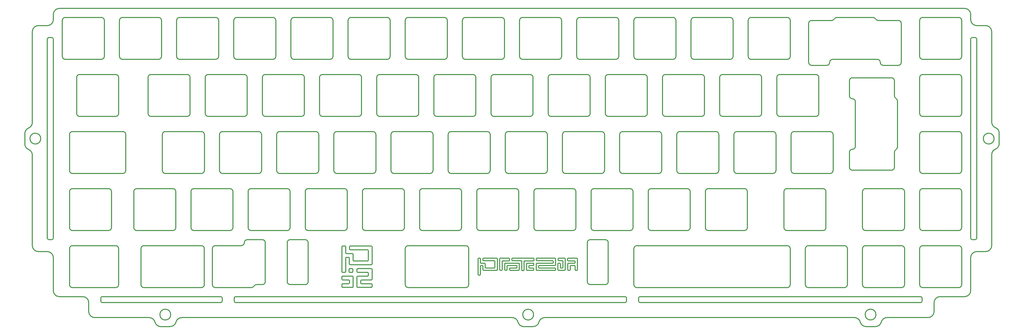
<source format=gbr>
%TF.GenerationSoftware,KiCad,Pcbnew,(5.1.9)-1*%
%TF.CreationDate,2021-02-08T20:30:21+01:00*%
%TF.ProjectId,P.02_ISO,502e3032-5f49-4534-9f2e-6b696361645f,rev?*%
%TF.SameCoordinates,Original*%
%TF.FileFunction,Profile,NP*%
%FSLAX46Y46*%
G04 Gerber Fmt 4.6, Leading zero omitted, Abs format (unit mm)*
G04 Created by KiCad (PCBNEW (5.1.9)-1) date 2021-02-08 20:30:21*
%MOMM*%
%LPD*%
G01*
G04 APERTURE LIST*
%TA.AperFunction,Profile*%
%ADD10C,0.300000*%
%TD*%
G04 APERTURE END LIST*
D10*
X93335775Y-124102094D02*
G75*
G02*
X93089241Y-124348628I-246534J0D01*
G01*
X135719862Y-119634902D02*
G75*
G02*
X135877644Y-119802545I-9861J-167353D01*
G01*
X92083383Y-123342770D02*
X92083383Y-124102094D01*
X92083383Y-123342770D02*
G75*
G02*
X92329917Y-123096236I246534J0D01*
G01*
X135226790Y-125305179D02*
G75*
G02*
X135059150Y-125137536I9604J177244D01*
G01*
X92329917Y-124348628D02*
X93089241Y-124348628D01*
X93089241Y-123096237D02*
G75*
G02*
X93335774Y-123342770I0J-246533D01*
G01*
X93335774Y-124102094D02*
X93335774Y-123342770D01*
X135867780Y-125137535D02*
G75*
G02*
X135709999Y-125305179I-167643J-291D01*
G01*
X135877644Y-119802545D02*
X135877644Y-121094382D01*
X135059150Y-125137536D02*
X135059150Y-119802545D01*
X93089241Y-123096236D02*
X92329917Y-123096236D01*
X136045284Y-121252163D02*
G75*
G02*
X135877644Y-121094382I-288J167642D01*
G01*
X135059150Y-119802545D02*
G75*
G02*
X135236654Y-119634902I177230J-9861D01*
G01*
X135709999Y-125305179D02*
X135226791Y-125305179D01*
X135236654Y-119634902D02*
X135719862Y-119634902D01*
X92329917Y-124348628D02*
G75*
G02*
X92083383Y-124102094I0J246534D01*
G01*
X144742995Y-123510414D02*
G75*
G02*
X144585214Y-123678056I-167642J-290D01*
G01*
X144102007Y-123678056D02*
X144585214Y-123678056D01*
X144102006Y-123678057D02*
G75*
G02*
X143934365Y-123510413I9604J177245D01*
G01*
X143934365Y-121409945D02*
X143934365Y-123510413D01*
X143934366Y-121409944D02*
G75*
G02*
X144102007Y-121252164I167352J-9862D01*
G01*
X148628370Y-121252164D02*
X144102007Y-121252164D01*
X89696936Y-115808698D02*
X89696936Y-124092232D01*
X90929606Y-124092232D02*
G75*
G02*
X90683071Y-124348628I-256396J-190D01*
G01*
X89943470Y-124348628D02*
X90683071Y-124348628D01*
X152188315Y-122060795D02*
X153480153Y-122060795D01*
X152030534Y-122218576D02*
G75*
G02*
X152188315Y-122060795I157781J0D01*
G01*
X152030533Y-122711644D02*
X152030533Y-122218576D01*
X152188316Y-122869425D02*
G75*
G02*
X152030533Y-122711644I-1J157782D01*
G01*
X153480154Y-121252164D02*
G75*
G02*
X153647794Y-121409945I288J-167642D01*
G01*
X153647794Y-121893152D02*
X153647794Y-121409945D01*
X153480153Y-122869425D02*
X152188315Y-122869425D01*
X153480154Y-122869425D02*
G75*
G02*
X153647794Y-123037068I-9604J-177244D01*
G01*
X151379684Y-123678056D02*
X153480153Y-123678056D01*
X153647795Y-123520275D02*
G75*
G02*
X153480153Y-123678056I-167353J9862D01*
G01*
X151221904Y-121409946D02*
G75*
G02*
X151379684Y-121252164I157781J1D01*
G01*
X151379685Y-123678056D02*
G75*
G02*
X151221903Y-123520274I0J157782D01*
G01*
X153647795Y-121893152D02*
G75*
G02*
X153480153Y-122060795I-177245J9602D01*
G01*
X90929605Y-119575733D02*
G75*
G02*
X91186000Y-119329200I256205J-9862D01*
G01*
X153647794Y-123520274D02*
X153647794Y-123037068D01*
X151221903Y-121409945D02*
X151221903Y-123520274D01*
X153480153Y-121252164D02*
X151379684Y-121252164D01*
X90929605Y-124092232D02*
X90929605Y-119575734D01*
X89943470Y-124348627D02*
G75*
G02*
X89696936Y-124092232I9861J256205D01*
G01*
X89696936Y-115808698D02*
G75*
G02*
X89943470Y-115562164I246534J0D01*
G01*
X145561487Y-120325197D02*
G75*
G02*
X145393845Y-120492840I-177245J9602D01*
G01*
X155265056Y-122228437D02*
G75*
G02*
X155422841Y-122060795I167642J290D01*
G01*
X143106012Y-123510413D02*
G75*
G02*
X142948230Y-123678056I-167643J-290D01*
G01*
X273836677Y-84240557D02*
X273836677Y-89240924D01*
X142948230Y-123678056D02*
X142484746Y-123678056D01*
X142484746Y-119634902D02*
X145393845Y-119634902D01*
X77460552Y-113416974D02*
G75*
G02*
X78460523Y-114417003I-29J-1000000D01*
G01*
X-7982569Y-113399892D02*
G75*
G02*
X-8482569Y-112899892I0J500000D01*
G01*
X177466855Y-113419833D02*
X172466852Y-113419690D01*
X-8482569Y-112899892D02*
X-8482569Y-46451507D01*
X178466455Y-127419869D02*
X178466827Y-114419862D01*
X155265055Y-122711644D02*
X155265055Y-122228438D01*
X33329450Y-96370776D02*
G75*
G02*
X34329421Y-97370805I-29J-1000000D01*
G01*
X78460152Y-127417010D02*
G75*
G02*
X77460122Y-128416982I-1000001J29D01*
G01*
X142317104Y-119792683D02*
G75*
G02*
X142484746Y-119634902I167353J-9862D01*
G01*
X177466856Y-113419833D02*
G75*
G02*
X178466827Y-114419862I-29J-1000000D01*
G01*
X145393845Y-120492840D02*
X143293376Y-120492840D01*
X72460120Y-128416838D02*
G75*
G02*
X71460148Y-127416810I28J1000000D01*
G01*
X77460122Y-128416982D02*
X72460120Y-128416839D01*
X172466424Y-128419697D02*
G75*
G02*
X171466452Y-127419669I28J1000000D01*
G01*
X142317104Y-123510413D02*
X142317104Y-119792684D01*
X160767691Y-122869425D02*
X155422841Y-122869425D01*
X178466456Y-127419869D02*
G75*
G02*
X177466426Y-128419841I-1000001J29D01*
G01*
X171466823Y-114419662D02*
X171466452Y-127419669D01*
X145393845Y-119634902D02*
G75*
G02*
X145561486Y-119792684I288J-167643D01*
G01*
X143106012Y-120601315D02*
G75*
G02*
X143293376Y-120492840I157819J-56544D01*
G01*
X155422841Y-122869425D02*
G75*
G02*
X155265055Y-122711644I-4J157782D01*
G01*
X78460523Y-114417003D02*
X78460151Y-127417010D01*
X71460520Y-114416803D02*
G75*
G02*
X72460548Y-113416831I1000000J-28D01*
G01*
X142484745Y-123678056D02*
G75*
G02*
X142317104Y-123510413I9604J177245D01*
G01*
X143106012Y-120601315D02*
X143106012Y-123510412D01*
X184567731Y-132927868D02*
X184567731Y-133933759D01*
X21423508Y-96365363D02*
G75*
G02*
X21524023Y-96370430I-28J-1000000D01*
G01*
X-6983386Y-113399892D02*
X-7982569Y-113399892D01*
X-6483386Y-112899906D02*
G75*
G02*
X-6983386Y-113399892I-500000J14D01*
G01*
X-6481486Y-46451522D02*
X-6483386Y-112899906D01*
X-6981485Y-45951507D02*
G75*
G02*
X-6481486Y-46451522I-1J-500000D01*
G01*
X-7982569Y-45951507D02*
X-6981486Y-45951507D01*
X-8482569Y-46451507D02*
G75*
G02*
X-7982569Y-45951507I500000J0D01*
G01*
X172466424Y-128419698D02*
X177466426Y-128419841D01*
X145561486Y-119792684D02*
X145561486Y-120325197D01*
X274836557Y-67096258D02*
X274836106Y-82508866D01*
X71460148Y-127416810D02*
X71460519Y-114416803D01*
X72460548Y-113416831D02*
X77460551Y-113416974D01*
X171466824Y-114419662D02*
G75*
G02*
X172466852Y-113419690I1000000J-28D01*
G01*
X155422841Y-122060795D02*
X160767691Y-122060795D01*
X22861109Y-110365411D02*
X21329634Y-110365367D01*
X299768606Y-45951507D02*
X300770274Y-45951507D01*
X21329691Y-96365360D02*
X21423508Y-96365362D01*
X299268606Y-46451493D02*
G75*
G02*
X299768606Y-45951507I500000J-14D01*
G01*
X300770274Y-113399892D02*
X299766707Y-113399892D01*
X9314934Y-132935354D02*
G75*
G02*
X9814913Y-132435355I500000J-1D01*
G01*
X184067731Y-132427868D02*
G75*
G02*
X184567731Y-132927868I0J-500000D01*
G01*
X9314934Y-133935550D02*
X9314934Y-132935355D01*
X54314137Y-134433759D02*
G75*
G02*
X53814137Y-133933759I0J500000D01*
G01*
X9814934Y-134435550D02*
G75*
G02*
X9314934Y-133935550I0J500000D01*
G01*
X53814137Y-132927868D02*
G75*
G02*
X54314137Y-132427868I500000J0D01*
G01*
X49814250Y-133935550D02*
G75*
G02*
X49314250Y-134435550I-500000J0D01*
G01*
X259836957Y-66364529D02*
G75*
G02*
X260836699Y-67364529I-258J-1000000D01*
G01*
X184567731Y-133933759D02*
G75*
G02*
X184067731Y-134433759I-500000J0D01*
G01*
X300770274Y-45951507D02*
G75*
G02*
X301270274Y-46451507I0J-500000D01*
G01*
X49314250Y-134435550D02*
X9814934Y-134435550D01*
X258837216Y-65364499D02*
X258837362Y-60364499D01*
X53814137Y-133933759D02*
X53814137Y-132927868D01*
X259836502Y-90240924D02*
G75*
G02*
X258836502Y-89240924I0J1000000D01*
G01*
X9814913Y-132435355D02*
X49314228Y-132433642D01*
X259808548Y-83240924D02*
G75*
G02*
X259836681Y-83240529I28115J-999605D01*
G01*
X34329421Y-97370805D02*
X34329069Y-109370812D01*
X260836699Y-82240529D02*
X260836699Y-67364529D01*
X258836502Y-84240533D02*
G75*
G02*
X259808548Y-83240924I1000000J0D01*
G01*
X259836957Y-66364529D02*
G75*
G02*
X258837216Y-65364499I259J1000000D01*
G01*
X299766707Y-113399892D02*
G75*
G02*
X299266707Y-112899878I0J500000D01*
G01*
X49814250Y-132933642D02*
X49814250Y-133935550D01*
X49314228Y-132433642D02*
G75*
G02*
X49814250Y-132933642I22J-500000D01*
G01*
X20329662Y-97365360D02*
G75*
G02*
X21329691Y-96365360I1000000J0D01*
G01*
X21524023Y-96370430D02*
X33329450Y-96370776D01*
X299266707Y-112899878D02*
X299268606Y-46451493D01*
X33329040Y-110370783D02*
X31861107Y-110370740D01*
X273836677Y-84240557D02*
G75*
G02*
X274336392Y-83374697I1000000J-1D01*
G01*
X31846019Y-110370853D02*
X22962750Y-110370593D01*
X54314137Y-132427868D02*
X184067731Y-132427868D01*
X31846019Y-110370853D02*
G75*
G02*
X31861107Y-110370740I15059J-999887D01*
G01*
X273836677Y-89240924D02*
G75*
G02*
X272836677Y-90240924I-1000000J0D01*
G01*
X274836106Y-82508866D02*
G75*
G02*
X274336392Y-83374697I-1000000J29D01*
G01*
X301270274Y-46451507D02*
X301270274Y-112899892D01*
X301270274Y-112899892D02*
G75*
G02*
X300770274Y-113399892I-500000J0D01*
G01*
X20329662Y-109365367D02*
X20329662Y-97365360D01*
X258836502Y-89240924D02*
X258836502Y-84240533D01*
X34329069Y-109370812D02*
G75*
G02*
X33329040Y-110370783I-1000000J29D01*
G01*
X184067731Y-134433759D02*
X54314137Y-134433759D01*
X-6481300Y-39951564D02*
G75*
G02*
X-8481300Y-41951507I-2000000J57D01*
G01*
X282567856Y-134427632D02*
X189068195Y-134427632D01*
X253405586Y-78327340D02*
X253405235Y-90327340D01*
X7887371Y-110369770D02*
G75*
G02*
X7985101Y-110364986I97701J-995216D01*
G01*
X189068195Y-134427632D02*
G75*
G02*
X188568195Y-133927632I0J500000D01*
G01*
X188568195Y-133927632D02*
X188568195Y-132923660D01*
X-101807Y-96369797D02*
X8423502Y-96370046D01*
X252405615Y-77327311D02*
G75*
G02*
X253405586Y-78327340I-29J-1000000D01*
G01*
X11898764Y-110365098D02*
X7985101Y-110364986D01*
X8423502Y-96364991D02*
X11898821Y-96365090D01*
X282567856Y-132423660D02*
G75*
G02*
X283067856Y-132923660I0J-500000D01*
G01*
X-6481250Y-38214127D02*
G75*
G02*
X-4481193Y-36214184I2000000J-57D01*
G01*
X253405235Y-90327340D02*
G75*
G02*
X252508491Y-91321966I-1000000J29D01*
G01*
X306270274Y-74175700D02*
X306270274Y-43951507D01*
X189068195Y-132423660D02*
X282567856Y-132423660D01*
X188568195Y-132923660D02*
G75*
G02*
X189068195Y-132423660I500000J0D01*
G01*
X-13482569Y-74302716D02*
G75*
G02*
X-14732569Y-76156766I-2000000J0D01*
G01*
X283067856Y-132923660D02*
X283067856Y-133927632D01*
X299268792Y-39951450D02*
X299268842Y-38222868D01*
X11898822Y-96365090D02*
G75*
G02*
X12898793Y-97365090I-29J-1000000D01*
G01*
X241873279Y-91326882D02*
G75*
G02*
X241888813Y-91327003I-29J-1000007D01*
G01*
X12898793Y-109365098D02*
G75*
G02*
X11898764Y-110365098I-1000000J0D01*
G01*
X12898793Y-97365090D02*
X12898793Y-109365098D01*
X-13482569Y-43951507D02*
G75*
G02*
X-11482569Y-41951507I2000000J0D01*
G01*
X8423502Y-96370046D02*
X8423502Y-96364991D01*
X283067856Y-133927632D02*
G75*
G02*
X282567856Y-134427632I-500000J0D01*
G01*
X192779851Y-96370261D02*
X204779857Y-96370604D01*
X42853825Y-129415993D02*
X23710065Y-129415446D01*
X2280437Y-72264803D02*
G75*
G02*
X1280465Y-71264773I29J1000001D01*
G01*
X204779457Y-110370612D02*
X192779451Y-110370269D01*
X133343407Y-58268541D02*
G75*
G02*
X134343380Y-59268570I-28J-1000001D01*
G01*
X191779821Y-97370233D02*
G75*
G02*
X192779851Y-96370261I1000001J-29D01*
G01*
X10518515Y-52215027D02*
G75*
G02*
X9518485Y-53214999I-1000001J29D01*
G01*
X134343380Y-59268570D02*
X134343037Y-71268577D01*
X14280443Y-72265145D02*
X2280437Y-72264802D01*
X148918933Y-40218977D02*
G75*
G02*
X149918961Y-39219005I1000000J-28D01*
G01*
X120343372Y-59268171D02*
G75*
G02*
X121343401Y-58268198I1000001J-28D01*
G01*
X68955329Y-77316711D02*
X80955335Y-77317054D01*
X-3481493Y-52214627D02*
X-3481150Y-40214620D01*
X-2481121Y-39214648D02*
X9518886Y-39214992D01*
X81955307Y-78317083D02*
X81954964Y-90317090D01*
X149918561Y-53219013D02*
G75*
G02*
X148918589Y-52218983I29J1000001D01*
G01*
X67955300Y-78316682D02*
G75*
G02*
X68955329Y-77316711I1000000J-29D01*
G01*
X23710064Y-129415445D02*
G75*
G02*
X22710093Y-128415416I29J1000000D01*
G01*
X7887371Y-110369770D02*
X-388666Y-110369770D01*
X133343008Y-72268549D02*
X121343001Y-72268206D01*
X23710465Y-115415438D02*
X42854225Y-115415985D01*
X80954935Y-91317062D02*
X68954928Y-91316718D01*
X9518885Y-39214992D02*
G75*
G02*
X10518857Y-40215020I-28J-1000000D01*
G01*
X121343002Y-72268206D02*
G75*
G02*
X120343029Y-71268177I28J1000001D01*
G01*
X-2481520Y-53214656D02*
G75*
G02*
X-3481493Y-52214627I28J1000001D01*
G01*
X68954928Y-91316719D02*
G75*
G02*
X67954956Y-90316689I29J1000001D01*
G01*
X43853855Y-128416021D02*
G75*
G02*
X42853825Y-129415993I-1000001J29D01*
G01*
X-1101836Y-97369768D02*
G75*
G02*
X-101807Y-96369797I1000000J-29D01*
G01*
X-558558Y-110259594D02*
G75*
G02*
X-1102188Y-109369774I456370J889790D01*
G01*
X157155377Y-77319233D02*
G75*
G02*
X158155348Y-78319262I-29J-1000000D01*
G01*
X42854225Y-115415986D02*
G75*
G02*
X43854197Y-116416014I-28J-1000000D01*
G01*
X145155370Y-77318889D02*
X157155376Y-77319232D01*
X144155340Y-78318861D02*
G75*
G02*
X145155370Y-77318889I1000001J-29D01*
G01*
X121343401Y-58268198D02*
X133343408Y-58268541D01*
X144154997Y-90318868D02*
X144155341Y-78318861D01*
X22710093Y-128415416D02*
X22710436Y-116415410D01*
X145154970Y-91318897D02*
G75*
G02*
X144154997Y-90318868I28J1000001D01*
G01*
X157154976Y-91319240D02*
X145154969Y-91318897D01*
X191779479Y-109370240D02*
X191779822Y-97370233D01*
X120343029Y-71268177D02*
X120343372Y-59268170D01*
X-3481150Y-40214621D02*
G75*
G02*
X-2481121Y-39214648I1000001J-28D01*
G01*
X15280816Y-59265167D02*
X15280473Y-71265173D01*
X2280837Y-58264795D02*
X14280844Y-58265138D01*
X1280465Y-71264773D02*
X1280808Y-59264766D01*
X67954956Y-90316689D02*
X67955299Y-78316683D01*
X1280809Y-59264767D02*
G75*
G02*
X2280837Y-58264795I1000000J-28D01*
G01*
X15280472Y-71265174D02*
G75*
G02*
X14280443Y-72265145I-1000000J29D01*
G01*
X134343037Y-71268576D02*
G75*
G02*
X133343008Y-72268549I-1000001J28D01*
G01*
X205779487Y-109370640D02*
G75*
G02*
X204779457Y-110370612I-1000001J29D01*
G01*
X43854197Y-116416014D02*
X43853854Y-128416021D01*
X158155348Y-78319262D02*
X158155005Y-90319268D01*
X192779451Y-110370268D02*
G75*
G02*
X191779479Y-109370240I28J1000000D01*
G01*
X204779857Y-96370605D02*
G75*
G02*
X205779829Y-97370633I-28J-1000000D01*
G01*
X14280844Y-58265137D02*
G75*
G02*
X15280816Y-59265167I-29J-1000001D01*
G01*
X9518485Y-53214999D02*
X-2481521Y-53214656D01*
X22710435Y-116415410D02*
G75*
G02*
X23710465Y-115415438I1000001J-29D01*
G01*
X148918589Y-52218983D02*
X148918932Y-40218977D01*
X-1102188Y-109369774D02*
X-1101836Y-97369768D01*
X10518857Y-40215020D02*
X10518515Y-52215027D01*
X-558556Y-110259594D02*
G75*
G02*
X-388666Y-110369770I-456370J-889791D01*
G01*
X158155006Y-90319268D02*
G75*
G02*
X157154976Y-91319240I-1000001J29D01*
G01*
X80955334Y-77317054D02*
G75*
G02*
X81955307Y-78317083I-28J-1000001D01*
G01*
X205779829Y-97370633D02*
X205779486Y-109370640D01*
X81954964Y-90317089D02*
G75*
G02*
X80954935Y-91317062I-1000001J28D01*
G01*
X247643469Y-58271809D02*
G75*
G02*
X248643442Y-59271838I-28J-1000001D01*
G01*
X67668888Y-40216654D02*
X67668545Y-52216661D01*
X100004945Y-91317606D02*
X88004939Y-91317263D01*
X283267544Y-91322846D02*
G75*
G02*
X282267572Y-90322816I29J1000001D01*
G01*
X296267923Y-78323210D02*
X296267580Y-90323216D01*
X282267572Y-90322816D02*
X282267915Y-78322810D01*
X296267579Y-90323217D02*
G75*
G02*
X295267550Y-91323188I-1000000J29D01*
G01*
X100005346Y-77317599D02*
G75*
G02*
X101005317Y-78317628I-29J-1000000D01*
G01*
X234643091Y-71271444D02*
X234643434Y-59271438D01*
X107055349Y-77317800D02*
X119055356Y-77318143D01*
X25093320Y-59265447D02*
G75*
G02*
X26093350Y-58265475I1000001J-29D01*
G01*
X247643069Y-72271817D02*
X235643063Y-72271473D01*
X63193341Y-59266536D02*
G75*
G02*
X64193371Y-58266564I1000001J-29D01*
G01*
X295267951Y-77323180D02*
G75*
G02*
X296267923Y-78323210I-29J-1000001D01*
G01*
X64192970Y-72266573D02*
G75*
G02*
X63192998Y-71266543I29J1000001D01*
G01*
X66668916Y-39216626D02*
G75*
G02*
X67668888Y-40216654I-28J-1000000D01*
G01*
X248643442Y-59271838D02*
X248643098Y-71271845D01*
X38092956Y-72265826D02*
X26092950Y-72265483D01*
X38093356Y-58265819D02*
G75*
G02*
X39093328Y-59265847I-28J-1000000D01*
G01*
X88005339Y-77317256D02*
X100005345Y-77317599D01*
X53668537Y-52216260D02*
X53668880Y-40216254D01*
X26092950Y-72265482D02*
G75*
G02*
X25092978Y-71265454I28J1000000D01*
G01*
X39093328Y-59265847D02*
X39092985Y-71265854D01*
X63192998Y-71266543D02*
X63193341Y-59266536D01*
X235643463Y-58271466D02*
X247643470Y-58271809D01*
X283267944Y-77322838D02*
X295267951Y-77323181D01*
X248643099Y-71271845D02*
G75*
G02*
X247643069Y-72271817I-1000001J29D01*
G01*
X64193371Y-58266564D02*
X76193377Y-58266908D01*
X53668880Y-40216253D02*
G75*
G02*
X54668909Y-39216282I1000000J-29D01*
G01*
X87005310Y-78317227D02*
G75*
G02*
X88005339Y-77317256I1000000J-29D01*
G01*
X76193377Y-58266907D02*
G75*
G02*
X77193349Y-59266937I-29J-1000001D01*
G01*
X87004967Y-90317234D02*
X87005310Y-78317227D01*
X76192977Y-72266915D02*
X64192970Y-72266572D01*
X88004938Y-91317263D02*
G75*
G02*
X87004967Y-90317234I29J1000000D01*
G01*
X101005317Y-78317628D02*
X101004974Y-90317634D01*
X54668909Y-39216282D02*
X66668917Y-39216625D01*
X120054985Y-90318179D02*
G75*
G02*
X119054955Y-91318151I-1000001J29D01*
G01*
X106055320Y-78317773D02*
G75*
G02*
X107055349Y-77317800I1000001J-28D01*
G01*
X106054977Y-90317779D02*
X106055320Y-78317772D01*
X282267916Y-78322810D02*
G75*
G02*
X283267944Y-77322838I1000000J-28D01*
G01*
X295267550Y-91323188D02*
X283267544Y-91322845D01*
X25092978Y-71265454D02*
X25093321Y-59265447D01*
X120055328Y-78318172D02*
X120054984Y-90318179D01*
X234643435Y-59271438D02*
G75*
G02*
X235643463Y-58271466I1000000J-28D01*
G01*
X119054955Y-91318151D02*
X107054949Y-91317808D01*
X107054949Y-91317807D02*
G75*
G02*
X106054977Y-90317779I28J1000000D01*
G01*
X26093350Y-58265475D02*
X38093357Y-58265818D01*
X235643062Y-72271473D02*
G75*
G02*
X234643091Y-71271444I29J1000000D01*
G01*
X101004974Y-90317635D02*
G75*
G02*
X100004945Y-91317606I-1000000J29D01*
G01*
X77193005Y-71266943D02*
G75*
G02*
X76192977Y-72266915I-1000000J28D01*
G01*
X119055355Y-77318143D02*
G75*
G02*
X120055328Y-78318172I-28J-1000001D01*
G01*
X77193349Y-59266937D02*
X77193006Y-71266943D01*
X39092986Y-71265854D02*
G75*
G02*
X38092956Y-72265826I-1000001J29D01*
G01*
X124818575Y-52218295D02*
G75*
G02*
X123818546Y-53218266I-1000000J29D01*
G01*
X123818546Y-53218266D02*
X111818541Y-53217923D01*
X268426046Y-40222392D02*
G75*
G02*
X267560036Y-39722368I29J999999D01*
G01*
X134629448Y-109368606D02*
X134629791Y-97368599D01*
X135629420Y-110368634D02*
G75*
G02*
X134629448Y-109368606I28J1000000D01*
G01*
X296267035Y-109373226D02*
G75*
G02*
X295267006Y-110373199I-1000001J28D01*
G01*
X283267400Y-96372848D02*
X295267406Y-96373191D01*
X110818569Y-52217894D02*
X110818912Y-40217888D01*
X295267405Y-96373191D02*
G75*
G02*
X296267378Y-97373220I-28J-1000001D01*
G01*
X282267370Y-97372820D02*
G75*
G02*
X283267400Y-96372848I1000001J-29D01*
G01*
X147629426Y-110368978D02*
X135629420Y-110368635D01*
X148629456Y-109369006D02*
G75*
G02*
X147629426Y-110368978I-1000001J29D01*
G01*
X148629798Y-97368999D02*
X148629455Y-109369006D01*
X134629790Y-97368599D02*
G75*
G02*
X135629820Y-96368627I1000001J-29D01*
G01*
X283266999Y-110372856D02*
G75*
G02*
X282267027Y-109372826I29J1000001D01*
G01*
X296267378Y-97373220D02*
X296267035Y-109373227D01*
X110818912Y-40217887D02*
G75*
G02*
X111818941Y-39217916I1000000J-29D01*
G01*
X295267006Y-110373199D02*
X283266999Y-110372856D01*
X123818947Y-39218259D02*
G75*
G02*
X124818918Y-40218288I-29J-1000000D01*
G01*
X111818540Y-53217923D02*
G75*
G02*
X110818569Y-52217894I29J1000000D01*
G01*
X282267027Y-109372826D02*
X282267370Y-97372820D01*
X147629826Y-96368971D02*
G75*
G02*
X148629798Y-97368999I-28J-1000000D01*
G01*
X135629820Y-96368627D02*
X147629826Y-96368970D01*
X276131600Y-54222621D02*
G75*
G02*
X275131572Y-55222593I-1000000J28D01*
G01*
X276131972Y-41222614D02*
X276131601Y-54222621D01*
X111818941Y-39217916D02*
X123818946Y-39218259D01*
X266694024Y-39222343D02*
G75*
G02*
X267560036Y-39722368I-28J-1000001D01*
G01*
X124818918Y-40218288D02*
X124818575Y-52218294D01*
X129579788Y-97368455D02*
X129579445Y-109368461D01*
X246255985Y-40221760D02*
X252961937Y-40221951D01*
X126104959Y-91318353D02*
G75*
G02*
X125104987Y-90318323I29J1000001D01*
G01*
X130960522Y-115418504D02*
G75*
G02*
X131960495Y-116418533I-28J-1000001D01*
G01*
X116579810Y-96368083D02*
X128579816Y-96368426D01*
X110816734Y-116417929D02*
G75*
G02*
X111816762Y-115417957I1000000J-28D01*
G01*
X166679836Y-96369515D02*
G75*
G02*
X167679809Y-97369544I-28J-1000001D01*
G01*
X166679436Y-110369523D02*
X154679430Y-110369179D01*
X58143339Y-59266392D02*
X58142996Y-71266399D01*
X251255559Y-55221911D02*
X246255556Y-55221768D01*
X111816362Y-129417965D02*
G75*
G02*
X110816390Y-128417935I29J1000001D01*
G01*
X130960123Y-129418512D02*
X111816362Y-129417964D01*
X110816390Y-128417935D02*
X110816733Y-116417929D01*
X139104994Y-90318723D02*
G75*
G02*
X138104966Y-91318695I-1000000J28D01*
G01*
X125105331Y-78318317D02*
G75*
G02*
X126105359Y-77318345I1000000J-28D01*
G01*
X125104987Y-90318323D02*
X125105330Y-78318317D01*
X57142967Y-72266371D02*
X45142960Y-72266027D01*
X183254990Y-91319987D02*
G75*
G02*
X182255018Y-90319957I29J1000001D01*
G01*
X167679809Y-97369544D02*
X167679466Y-109369551D01*
X71429785Y-96366793D02*
G75*
G02*
X72429757Y-97366821I-28J-1000000D01*
G01*
X252255588Y-54221938D02*
G75*
G02*
X253255617Y-53221967I1000000J-29D01*
G01*
X154679830Y-96369172D02*
X166679837Y-96369515D01*
X167679466Y-109369551D02*
G75*
G02*
X166679436Y-110369523I-1000001J29D01*
G01*
X72429757Y-97366821D02*
X72429414Y-109366828D01*
X182255362Y-78319951D02*
G75*
G02*
X183255390Y-77319979I1000000J-28D01*
G01*
X128579817Y-96368426D02*
G75*
G02*
X129579788Y-97368455I-29J-1000000D01*
G01*
X44143332Y-59265992D02*
G75*
G02*
X45143360Y-58266020I1000000J-28D01*
G01*
X111816762Y-115417957D02*
X130960523Y-115418504D01*
X195254996Y-91320329D02*
X183254990Y-91319986D01*
X126105359Y-77318345D02*
X138105366Y-77318688D01*
X44142988Y-71265998D02*
X44143331Y-59265992D01*
X154679430Y-110369180D02*
G75*
G02*
X153679458Y-109369150I29J1000001D01*
G01*
X153679802Y-97369144D02*
G75*
G02*
X154679830Y-96369172I1000000J-28D01*
G01*
X58429750Y-97366420D02*
G75*
G02*
X59429779Y-96366449I1000000J-29D01*
G01*
X59429779Y-96366449D02*
X71429785Y-96366792D01*
X268131625Y-53222391D02*
G75*
G02*
X269131597Y-54222421I-29J-1000001D01*
G01*
X59429378Y-110366456D02*
G75*
G02*
X58429407Y-109366427I29J1000000D01*
G01*
X58429407Y-109366427D02*
X58429750Y-97366421D01*
X45142960Y-72266028D02*
G75*
G02*
X44142988Y-71265998I29J1000001D01*
G01*
X275132000Y-40222586D02*
G75*
G02*
X276131972Y-41222614I-28J-1000000D01*
G01*
X115579781Y-97368054D02*
G75*
G02*
X116579810Y-96368083I1000000J-29D01*
G01*
X131960495Y-116418533D02*
X131960152Y-128418540D01*
X116579409Y-110368091D02*
G75*
G02*
X115579437Y-109368061I29J1000001D01*
G01*
X131960152Y-128418539D02*
G75*
G02*
X130960123Y-129418512I-1000001J28D01*
G01*
X72429415Y-109366828D02*
G75*
G02*
X71429385Y-110366800I-1000001J29D01*
G01*
X71429385Y-110366800D02*
X59429379Y-110366456D01*
X138104966Y-91318695D02*
X126104959Y-91318352D01*
X268131625Y-53222392D02*
X253255617Y-53221967D01*
X183255390Y-77319979D02*
X195255397Y-77320322D01*
X45143360Y-58266020D02*
X57143367Y-58266363D01*
X58142996Y-71266398D02*
G75*
G02*
X57142967Y-72266371I-1000001J28D01*
G01*
X153679458Y-109369150D02*
X153679801Y-97369144D01*
X196255369Y-78320351D02*
X196255026Y-90320357D01*
X138105366Y-77318687D02*
G75*
G02*
X139105338Y-78318717I-29J-1000001D01*
G01*
X253827977Y-39721976D02*
G75*
G02*
X252961937Y-40221951I-866011J500025D01*
G01*
X139105338Y-78318717D02*
X139104995Y-90318723D01*
X195255397Y-77320321D02*
G75*
G02*
X196255369Y-78320351I-29J-1000001D01*
G01*
X196255025Y-90320358D02*
G75*
G02*
X195254996Y-91320329I-1000000J29D01*
G01*
X115579437Y-109368061D02*
X115579781Y-97368055D01*
X268426047Y-40222393D02*
X275132000Y-40222585D01*
X182255018Y-90319957D02*
X182255361Y-78319950D01*
X57143367Y-58266362D02*
G75*
G02*
X58143339Y-59266392I-29J-1000001D01*
G01*
X128579416Y-110368433D02*
X116579409Y-110368090D01*
X129579444Y-109368461D02*
G75*
G02*
X128579416Y-110368433I-1000000J28D01*
G01*
X154456425Y-121419807D02*
G75*
G02*
X154614210Y-121252163I167643J291D01*
G01*
X160116846Y-120611176D02*
X160116846Y-121094382D01*
X154456425Y-119802546D02*
G75*
G02*
X154614210Y-119634902I167643J291D01*
G01*
X160767691Y-119634902D02*
X154614210Y-119634902D01*
X160116845Y-121094383D02*
G75*
G02*
X159959060Y-121252163I-157781J1D01*
G01*
X160925476Y-121903013D02*
X160925476Y-119802545D01*
X164120552Y-119802545D02*
X164120552Y-123520274D01*
X159959060Y-120443533D02*
G75*
G02*
X160116846Y-120611176I-9857J-167353D01*
G01*
X163962766Y-123678056D02*
X161852438Y-123678056D01*
X154614209Y-123678055D02*
G75*
G02*
X154456425Y-123520274I-3J157781D01*
G01*
X163962766Y-119634902D02*
G75*
G02*
X164120552Y-119802545I-9857J-167353D01*
G01*
X154456425Y-119802545D02*
X154456425Y-120285751D01*
X160925477Y-121903014D02*
G75*
G02*
X160767691Y-122060795I-157782J1D01*
G01*
X154614210Y-120443533D02*
X159959060Y-120443533D01*
X154456425Y-121419806D02*
X154456425Y-123520274D01*
X160767690Y-122869425D02*
G75*
G02*
X160925476Y-123037068I-9857J-167353D01*
G01*
X160925476Y-123520274D02*
X160925476Y-123037068D01*
X160925477Y-123520275D02*
G75*
G02*
X160767691Y-123678056I-157782J1D01*
G01*
X159959060Y-121252163D02*
X154614210Y-121252163D01*
X154614209Y-120443532D02*
G75*
G02*
X154456425Y-120285751I-3J157781D01*
G01*
X160767690Y-119634902D02*
G75*
G02*
X160925476Y-119802545I-9857J-167353D01*
G01*
X164120552Y-123520275D02*
G75*
G02*
X163962766Y-123678056I-157782J1D01*
G01*
X154614210Y-123678056D02*
X160767691Y-123678056D01*
X187016431Y-128420114D02*
X187016774Y-116420107D01*
X246255557Y-55221768D02*
G75*
G02*
X245255584Y-54221739I28J1000001D01*
G01*
X276216996Y-110372654D02*
X264216989Y-110372311D01*
X263217017Y-109372282D02*
X263217360Y-97372275D01*
X223829868Y-96371149D02*
G75*
G02*
X224829839Y-97371178I-29J-1000000D01*
G01*
X275131572Y-55222593D02*
X270131569Y-55222450D01*
X270131569Y-55222451D02*
G75*
G02*
X269131597Y-54222421I29J1000001D01*
G01*
X224829839Y-97371178D02*
X224829496Y-109371184D01*
X245255956Y-41221731D02*
G75*
G02*
X246255985Y-40221760I1000000J-29D01*
G01*
X211829861Y-96370806D02*
X223829868Y-96371149D01*
X211829460Y-110370813D02*
G75*
G02*
X210829489Y-109370784I29J1000000D01*
G01*
X210829489Y-109370784D02*
X210829832Y-97370778D01*
X223829467Y-110371156D02*
X211829461Y-110370813D01*
X254694018Y-39222000D02*
X266694024Y-39222344D01*
X264217389Y-96372303D02*
X276217396Y-96372646D01*
X276217396Y-96372646D02*
G75*
G02*
X277217368Y-97372676I-29J-1000001D01*
G01*
X263217360Y-97372276D02*
G75*
G02*
X264217389Y-96372303I1000001J-28D01*
G01*
X188016804Y-115420135D02*
X238116831Y-115421568D01*
X277217025Y-109372681D02*
G75*
G02*
X276216996Y-110372654I-1000001J28D01*
G01*
X245255584Y-54221739D02*
X245255956Y-41221732D01*
X224829496Y-109371185D02*
G75*
G02*
X223829467Y-110371156I-1000000J29D01*
G01*
X210829832Y-97370777D02*
G75*
G02*
X211829861Y-96370806I1000000J-29D01*
G01*
X187016774Y-116420107D02*
G75*
G02*
X188016804Y-115420135I1000001J-29D01*
G01*
X238116831Y-115421567D02*
G75*
G02*
X239116803Y-116421597I-29J-1000001D01*
G01*
X253827977Y-39721975D02*
G75*
G02*
X254694018Y-39222000I866012J-500026D01*
G01*
X252255588Y-54221938D02*
G75*
G02*
X251255559Y-55221911I-1000001J28D01*
G01*
X277217368Y-97372676D02*
X277217025Y-109372682D01*
X264216990Y-110372311D02*
G75*
G02*
X263217017Y-109372282I28J1000001D01*
G01*
X115293026Y-71268033D02*
G75*
G02*
X114292997Y-72268004I-1000000J29D01*
G01*
X102293391Y-58267654D02*
X114293398Y-58267997D01*
X114293398Y-58267996D02*
G75*
G02*
X115293370Y-59268026I-29J-1000001D01*
G01*
X158443050Y-71269266D02*
X158443393Y-59269259D01*
X282268117Y-71272806D02*
X282268460Y-59272799D01*
X171443028Y-72269638D02*
X159443022Y-72269295D01*
X53379404Y-109366282D02*
G75*
G02*
X52379375Y-110366255I-1000001J28D01*
G01*
X39379396Y-109365883D02*
X39379739Y-97365876D01*
X283268089Y-72272834D02*
G75*
G02*
X282268117Y-71272806I28J1000000D01*
G01*
X172443400Y-59269660D02*
X172443057Y-71269666D01*
X101293019Y-71267632D02*
X101293362Y-59267626D01*
X102292991Y-72267662D02*
G75*
G02*
X101293019Y-71267632I29J1000001D01*
G01*
X171443429Y-58269631D02*
G75*
G02*
X172443400Y-59269660I-29J-1000000D01*
G01*
X62905297Y-78316539D02*
X62904954Y-90316545D01*
X296268467Y-59273200D02*
X296268124Y-71273206D01*
X283268489Y-58272827D02*
X295268495Y-58273170D01*
X172443057Y-71269667D02*
G75*
G02*
X171443028Y-72269638I-1000000J29D01*
G01*
X257166441Y-129422120D02*
X245166434Y-129421777D01*
X226119003Y-39221183D02*
X238119009Y-39221526D01*
X140393011Y-72268750D02*
G75*
G02*
X139393040Y-71268721I29J1000000D01*
G01*
X225118630Y-52221162D02*
X225118973Y-40221155D01*
X53379747Y-97366276D02*
X53379404Y-109366283D01*
X40379369Y-110365912D02*
G75*
G02*
X39379396Y-109365883I28J1000001D01*
G01*
X139393040Y-71268721D02*
X139393383Y-59268715D01*
X244166462Y-128421747D02*
X244166805Y-116421741D01*
X295268095Y-72273178D02*
X283268089Y-72272835D01*
X239118638Y-52221561D02*
G75*
G02*
X238118609Y-53221534I-1000001J28D01*
G01*
X296268125Y-71273206D02*
G75*
G02*
X295268095Y-72273178I-1000001J29D01*
G01*
X258166470Y-128422147D02*
G75*
G02*
X257166441Y-129422120I-1000001J28D01*
G01*
X48905289Y-78316139D02*
G75*
G02*
X49905318Y-77316166I1000001J-28D01*
G01*
X159443021Y-72269295D02*
G75*
G02*
X158443050Y-71269266I29J1000000D01*
G01*
X39379739Y-97365876D02*
G75*
G02*
X40379769Y-96365904I1000001J-29D01*
G01*
X239118981Y-40221556D02*
X239118638Y-52221562D01*
X153393048Y-71269122D02*
G75*
G02*
X152393018Y-72269094I-1000001J29D01*
G01*
X52379774Y-96366247D02*
G75*
G02*
X53379747Y-97366276I-28J-1000001D01*
G01*
X152393018Y-72269094D02*
X140393011Y-72268750D01*
X152393418Y-58269087D02*
G75*
G02*
X153393390Y-59269115I-28J-1000000D01*
G01*
X153393390Y-59269115D02*
X153393047Y-71269122D01*
X238119009Y-39221526D02*
G75*
G02*
X239118981Y-40221556I-29J-1000001D01*
G01*
X188016404Y-129420143D02*
G75*
G02*
X187016431Y-128420114I28J1000001D01*
G01*
X239116459Y-128421604D02*
G75*
G02*
X238116430Y-129421575I-1000000J29D01*
G01*
X158443393Y-59269259D02*
G75*
G02*
X159443422Y-58269288I1000000J-29D01*
G01*
X115293370Y-59268026D02*
X115293027Y-71268032D01*
X101293363Y-59267626D02*
G75*
G02*
X102293391Y-58267654I1000000J-28D01*
G01*
X257166840Y-115422112D02*
G75*
G02*
X258166813Y-116422141I-28J-1000001D01*
G01*
X282268459Y-59272799D02*
G75*
G02*
X283268489Y-58272827I1000001J-29D01*
G01*
X140393412Y-58268743D02*
X152393418Y-58269086D01*
X139393383Y-59268714D02*
G75*
G02*
X140393412Y-58268743I1000000J-29D01*
G01*
X244166805Y-116421742D02*
G75*
G02*
X245166834Y-115421769I1000001J-28D01*
G01*
X159443422Y-58269288D02*
X171443428Y-58269631D01*
X238118609Y-53221534D02*
X226118602Y-53221191D01*
X225118973Y-40221155D02*
G75*
G02*
X226119003Y-39221183I1000001J-29D01*
G01*
X40379769Y-96365904D02*
X52379775Y-96366247D01*
X52379375Y-110366255D02*
X40379368Y-110365912D01*
X49905318Y-77316166D02*
X61905325Y-77316509D01*
X61905325Y-77316509D02*
G75*
G02*
X62905297Y-78316539I-29J-1000001D01*
G01*
X245166834Y-115421769D02*
X257166841Y-115422112D01*
X258166813Y-116422141D02*
X258166470Y-128422148D01*
X239116803Y-116421597D02*
X239116460Y-128421603D01*
X295268496Y-58273171D02*
G75*
G02*
X296268467Y-59273200I-29J-1000000D01*
G01*
X245166434Y-129421777D02*
G75*
G02*
X244166462Y-128421747I29J1000001D01*
G01*
X226118603Y-53221191D02*
G75*
G02*
X225118630Y-52221162I28J1000001D01*
G01*
X238116430Y-129421575D02*
X188016403Y-129420143D01*
X114292997Y-72268004D02*
X102292991Y-72267661D01*
X62904954Y-90316544D02*
G75*
G02*
X61904925Y-91316517I-1000001J28D01*
G01*
X234355046Y-90321447D02*
G75*
G02*
X233355017Y-91321418I-1000000J29D01*
G01*
X214305406Y-77320866D02*
G75*
G02*
X215305379Y-78320895I-28J-1000001D01*
G01*
X29327356Y-142435550D02*
G75*
G02*
X27390864Y-140935550I0J2000000D01*
G01*
X201305028Y-90320502D02*
X201305371Y-78320495D01*
X201305371Y-78320495D02*
G75*
G02*
X202305401Y-77320523I1000001J-29D01*
G01*
X215305036Y-90320901D02*
G75*
G02*
X214305007Y-91320874I-1000001J28D01*
G01*
X25454373Y-139435551D02*
G75*
G02*
X27390864Y-140935550I0J-1999999D01*
G01*
X215305379Y-78320895D02*
X215305036Y-90320902D01*
X34390864Y-140935550D02*
G75*
G02*
X36327356Y-139435550I1936492J-500000D01*
G01*
X214305007Y-91320874D02*
X202305000Y-91320531D01*
X202305001Y-91320531D02*
G75*
G02*
X201305028Y-90320502I28J1000001D01*
G01*
X234355389Y-78321440D02*
X234355046Y-90321446D01*
X5314934Y-134435637D02*
X5314934Y-137435550D01*
X233355418Y-77321411D02*
G75*
G02*
X234355389Y-78321440I-29J-1000000D01*
G01*
X220355039Y-90321046D02*
X220355382Y-78321040D01*
X220355382Y-78321039D02*
G75*
G02*
X221355411Y-77321068I1000000J-29D01*
G01*
X271390976Y-139427632D02*
X285068139Y-139427632D01*
X233355017Y-91321418D02*
X221355011Y-91321075D01*
X29327356Y-142435550D02*
X32454373Y-142435550D01*
X221355010Y-91321075D02*
G75*
G02*
X220355039Y-90321046I29J1000000D01*
G01*
X48904946Y-90316145D02*
X48905289Y-78316138D01*
X221355411Y-77321068D02*
X233355417Y-77321411D01*
X49904919Y-91316174D02*
G75*
G02*
X48904946Y-90316145I28J1000001D01*
G01*
X264390976Y-142427632D02*
X267517993Y-142427632D01*
X7314934Y-139435550D02*
X25454373Y-139435550D01*
X202305401Y-77320523D02*
X214305407Y-77320866D01*
X61904925Y-91316517D02*
X49904918Y-91316174D01*
X306270274Y-115399892D02*
X306270274Y-85048683D01*
X155377414Y-140934655D02*
G75*
G02*
X153440691Y-142435550I-1936723J499105D01*
G01*
X48618536Y-52216116D02*
G75*
G02*
X47618506Y-53216088I-1000001J29D01*
G01*
X304270274Y-41951507D02*
X301268792Y-41951507D01*
X308770274Y-81340584D02*
X308770274Y-77883799D01*
X239404620Y-90326817D02*
X239404971Y-78326606D01*
X-6481250Y-38214127D02*
X-6481300Y-39951565D01*
X-8481300Y-41951507D02*
X-11482569Y-41951507D01*
X297268899Y-36222811D02*
X-4481193Y-36214184D01*
X48618878Y-40216109D02*
X48618535Y-52216116D01*
X155377414Y-140934654D02*
G75*
G02*
X157314137Y-139433759I1936723J-499105D01*
G01*
X47618506Y-53216088D02*
X35618500Y-53215745D01*
X304270274Y-41951507D02*
G75*
G02*
X306270274Y-43951507I0J-2000000D01*
G01*
X-13482569Y-43951507D02*
X-13482569Y-74302716D01*
X299266206Y-130422946D02*
X299266521Y-119399835D01*
X-11482569Y-117399892D02*
X-8483571Y-117399892D01*
X299266521Y-119399835D02*
G75*
G02*
X301266521Y-117399892I2000000J-57D01*
G01*
X34390865Y-140935550D02*
G75*
G02*
X32454373Y-142435550I-1936492J500000D01*
G01*
X-8483571Y-117399892D02*
G75*
G02*
X-6483571Y-119399949I0J-2000000D01*
G01*
X-15982569Y-78010816D02*
G75*
G02*
X-14732569Y-76156766I2000000J0D01*
G01*
X307520274Y-76029749D02*
G75*
G02*
X308770274Y-77883799I-750000J-1854050D01*
G01*
X3314847Y-132435637D02*
G75*
G02*
X5314934Y-134435637I87J-2000000D01*
G01*
X264390976Y-142427632D02*
G75*
G02*
X262455278Y-140930696I0J2000000D01*
G01*
X-6483571Y-119399949D02*
X-6483887Y-130435918D01*
X240222754Y-91310169D02*
G75*
G02*
X239404620Y-90326817I181866J983323D01*
G01*
X287068139Y-137427632D02*
G75*
G02*
X285068139Y-139427632I-2000000J0D01*
G01*
X-4483800Y-132435975D02*
G75*
G02*
X-6483887Y-130435918I-87J2000000D01*
G01*
X-14732569Y-83321650D02*
G75*
G02*
X-13482569Y-85175700I-750000J-1854050D01*
G01*
X-4483800Y-132435975D02*
X3314848Y-132435637D01*
X301268792Y-41951507D02*
G75*
G02*
X299268792Y-39951450I0J2000000D01*
G01*
X299266206Y-130422947D02*
G75*
G02*
X297266292Y-132422889I-2000000J58D01*
G01*
X-13482569Y-85175700D02*
X-13482569Y-115399892D01*
X297268899Y-36222811D02*
G75*
G02*
X299268842Y-38222868I-57J-2000000D01*
G01*
X-14732569Y-83321651D02*
G75*
G02*
X-15982569Y-81467601I750000J1854050D01*
G01*
X308770274Y-81340584D02*
G75*
G02*
X307520274Y-83194634I-2000000J0D01*
G01*
X150314250Y-142435550D02*
X153440691Y-142435550D01*
X146441266Y-139435550D02*
G75*
G02*
X148377758Y-140935550I0J-2000000D01*
G01*
X269454484Y-140927632D02*
G75*
G02*
X271390976Y-139427632I1936492J-500000D01*
G01*
X34618870Y-40215709D02*
G75*
G02*
X35618900Y-39215737I1000001J-29D01*
G01*
X35618500Y-53215744D02*
G75*
G02*
X34618528Y-52215716I28J1000000D01*
G01*
X240404591Y-91326846D02*
G75*
G02*
X240222754Y-91310169I29J1000000D01*
G01*
X252508491Y-91321966D02*
X240404591Y-91326846D01*
X-15982569Y-78010816D02*
X-15982569Y-81467601D01*
X34618528Y-52215716D02*
X34618871Y-40215709D01*
X260519581Y-139433759D02*
G75*
G02*
X262455278Y-140930696I-1J-2000000D01*
G01*
X306270275Y-85048683D02*
G75*
G02*
X307520274Y-83194634I1999999J0D01*
G01*
X269454485Y-140927632D02*
G75*
G02*
X267517993Y-142427632I-1936492J500000D01*
G01*
X287068139Y-137427632D02*
X287068139Y-134423244D01*
X7314934Y-139435550D02*
G75*
G02*
X5314934Y-137435550I0J2000000D01*
G01*
X289068052Y-132423244D02*
X297266292Y-132422889D01*
X306270274Y-115399892D02*
G75*
G02*
X304270274Y-117399892I-2000000J0D01*
G01*
X35618900Y-39215737D02*
X47618906Y-39216080D01*
X47618906Y-39216081D02*
G75*
G02*
X48618878Y-40216109I-28J-1000000D01*
G01*
X240404594Y-77326636D02*
X252405615Y-77327311D01*
X307520274Y-76029750D02*
G75*
G02*
X306270274Y-74175700I750000J1854050D01*
G01*
X239404971Y-78326606D02*
G75*
G02*
X240404594Y-77326636I1000000J-30D01*
G01*
X287068139Y-134423244D02*
G75*
G02*
X289068052Y-132423244I2000000J0D01*
G01*
X157314137Y-139433759D02*
X260519580Y-139433759D01*
X36327356Y-139435550D02*
X146441266Y-139435550D01*
X301266521Y-117399892D02*
X304270274Y-117399892D01*
X150314250Y-142435550D02*
G75*
G02*
X148377758Y-140935550I0J2000000D01*
G01*
X-11482569Y-117399892D02*
G75*
G02*
X-13482569Y-115399892I0J2000000D01*
G01*
X146527902Y-119634902D02*
X153529456Y-119634902D01*
X149762423Y-123727363D02*
G75*
G02*
X149604642Y-123559719I9862J167353D01*
G01*
X150413273Y-120601315D02*
X150413273Y-123510413D01*
X153529456Y-120492840D02*
X150571054Y-120492840D01*
X98483399Y-124605023D02*
X98483399Y-125354486D01*
X94716363Y-123342770D02*
G75*
G02*
X94962897Y-123096236I246534J0D01*
G01*
X146370120Y-119792684D02*
G75*
G02*
X146527902Y-119634902I157782J0D01*
G01*
X153697097Y-119792684D02*
X153697097Y-120325197D01*
X191493068Y-71270210D02*
G75*
G02*
X190493039Y-72270183I-1000001J28D01*
G01*
X177493060Y-71269811D02*
X177493403Y-59269804D01*
X190493039Y-72270183D02*
X178493032Y-72269840D01*
X178493033Y-72269840D02*
G75*
G02*
X177493060Y-71269811I28J1000001D01*
G01*
X149437001Y-120443533D02*
X146527902Y-120443533D01*
X153697097Y-120325196D02*
G75*
G02*
X153529456Y-120492840I-177245J9601D01*
G01*
X94716364Y-125857416D02*
G75*
G02*
X94962897Y-125601020I256395J191D01*
G01*
X98483399Y-125354486D02*
G75*
G02*
X98227004Y-125601020I-256205J9861D01*
G01*
X99479396Y-123096236D02*
X94962897Y-123096236D01*
X98227004Y-124348628D02*
G75*
G02*
X98483399Y-124605023I0J-256395D01*
G01*
X149604642Y-123559719D02*
X149604642Y-120601314D01*
X94962897Y-129368055D02*
X99479396Y-129368055D01*
X146527902Y-120443533D02*
G75*
G02*
X146370120Y-120275890I9861J167353D01*
G01*
X146370120Y-120275890D02*
X146370120Y-119792684D01*
X94716364Y-123342770D02*
X94716364Y-124102094D01*
X150413273Y-120601314D02*
G75*
G02*
X150571054Y-120492840I149943J-49112D01*
G01*
X149437001Y-120443532D02*
G75*
G02*
X149604642Y-120601314I288J-167643D01*
G01*
X94962897Y-129368055D02*
G75*
G02*
X94716364Y-129121522I0J246533D01*
G01*
X94962897Y-124348628D02*
X98227004Y-124348628D01*
X191493411Y-59270204D02*
X191493068Y-71270211D01*
X94716364Y-125857415D02*
X94716364Y-129121522D01*
X162918597Y-52219383D02*
G75*
G02*
X161918568Y-53219356I-1000001J28D01*
G01*
X150413272Y-123510413D02*
G75*
G02*
X150245631Y-123727362I-173047J-39527D01*
G01*
X150245631Y-123727362D02*
X149762424Y-123727362D01*
X153529456Y-119634902D02*
G75*
G02*
X153697097Y-119792684I288J-167643D01*
G01*
X177493403Y-59269805D02*
G75*
G02*
X178493432Y-58269832I1000001J-28D01*
G01*
X161918568Y-53219356D02*
X149918561Y-53219012D01*
X149918961Y-39219005D02*
X161918968Y-39219348D01*
X99735791Y-129121521D02*
G75*
G02*
X99479396Y-129368055I-256205J9861D01*
G01*
X98227004Y-125601020D02*
X94962897Y-125601020D01*
X94962897Y-124348627D02*
G75*
G02*
X94716364Y-124102094I0J246533D01*
G01*
X99479396Y-123096236D02*
G75*
G02*
X99735791Y-123342770I190J-256395D01*
G01*
X99735791Y-126626599D02*
X99735791Y-123342770D01*
X162918940Y-40219377D02*
X162918597Y-52219384D01*
X161918967Y-39219348D02*
G75*
G02*
X162918940Y-40219377I-28J-1000001D01*
G01*
X190493438Y-58270175D02*
G75*
G02*
X191493411Y-59270204I-28J-1000001D01*
G01*
X99735791Y-129121522D02*
X99735791Y-128381920D01*
X178493432Y-58269832D02*
X190493439Y-58270175D01*
X42855315Y-77315965D02*
G75*
G02*
X43855286Y-78315994I-29J-1000000D01*
G01*
X43855286Y-78315994D02*
X43854943Y-90316000D01*
X43854943Y-90316001D02*
G75*
G02*
X42854914Y-91315972I-1000000J29D01*
G01*
X201018960Y-40220466D02*
X201018617Y-52220473D01*
X90479394Y-110367344D02*
X78479389Y-110367001D01*
X209543049Y-72270727D02*
X197543042Y-72270384D01*
X130868951Y-39218460D02*
X142868958Y-39218803D01*
X197543443Y-58270377D02*
X209543449Y-58270720D01*
X129868922Y-40218433D02*
G75*
G02*
X130868951Y-39218460I1000001J-28D01*
G01*
X200018588Y-53220445D02*
X188018582Y-53220102D01*
X206068964Y-40220611D02*
G75*
G02*
X207068992Y-39220639I1000000J-28D01*
G01*
X143868587Y-52218839D02*
G75*
G02*
X142868557Y-53218811I-1000001J29D01*
G01*
X77479417Y-109366972D02*
X77479760Y-97366965D01*
X209543449Y-58270719D02*
G75*
G02*
X210543421Y-59270749I-29J-1000001D01*
G01*
X207068592Y-53220647D02*
G75*
G02*
X206068620Y-52220617I29J1000001D01*
G01*
X30854907Y-91315629D02*
G75*
G02*
X29854936Y-90315600I29J1000000D01*
G01*
X143868930Y-40218833D02*
X143868587Y-52218839D01*
X47522978Y-115416119D02*
X56166732Y-115416366D01*
X219068599Y-53220989D02*
X207068592Y-53220646D01*
X201018618Y-52220473D02*
G75*
G02*
X200018588Y-53220445I-1000001J29D01*
G01*
X15279182Y-116415198D02*
X15278839Y-128415204D01*
X196543414Y-59270348D02*
G75*
G02*
X197543443Y-58270377I1000000J-29D01*
G01*
X15278839Y-128415203D02*
G75*
G02*
X14278810Y-129415176I-1000001J28D01*
G01*
X14279210Y-115415168D02*
G75*
G02*
X15279182Y-116415198I-29J-1000001D01*
G01*
X220068627Y-52221017D02*
G75*
G02*
X219068599Y-53220989I-1000000J28D01*
G01*
X130868552Y-53218468D02*
G75*
G02*
X129868579Y-52218439I28J1000001D01*
G01*
X187018952Y-40220066D02*
G75*
G02*
X188018982Y-39220094I1000001J-29D01*
G01*
X91479423Y-109367373D02*
G75*
G02*
X90479394Y-110367344I-1000000J29D01*
G01*
X196543070Y-71270355D02*
X196543413Y-59270349D01*
X57166762Y-114416394D02*
G75*
G02*
X56166732Y-115416366I-1000001J29D01*
G01*
X129868579Y-52218439D02*
X129868922Y-40218432D01*
X197543042Y-72270385D02*
G75*
G02*
X196543070Y-71270355I29J1000001D01*
G01*
X-1102077Y-116414730D02*
G75*
G02*
X-102048Y-115414757I1000001J-28D01*
G01*
X29854936Y-90315600D02*
X29855279Y-78315594D01*
X220068971Y-40221011D02*
X220068628Y-52221017D01*
X219068999Y-39220981D02*
G75*
G02*
X220068971Y-40221011I-29J-1000001D01*
G01*
X30855308Y-77315622D02*
X42855314Y-77315965D01*
X188018582Y-53220101D02*
G75*
G02*
X187018610Y-52220073I28J1000000D01*
G01*
X42854914Y-91315972D02*
X30854908Y-91315629D01*
X200018988Y-39220438D02*
G75*
G02*
X201018960Y-40220466I-28J-1000000D01*
G01*
X142868958Y-39218803D02*
G75*
G02*
X143868930Y-40218833I-29J-1000001D01*
G01*
X142868557Y-53218811D02*
X130868551Y-53218468D01*
X210543421Y-59270749D02*
X210543078Y-71270755D01*
X57166761Y-114416394D02*
G75*
G02*
X58166791Y-113416422I1000001J-29D01*
G01*
X-1102420Y-128414736D02*
X-1102077Y-116414729D01*
X207068992Y-39220639D02*
X219068999Y-39220982D01*
X-102048Y-115414757D02*
X14279210Y-115415168D01*
X188018982Y-39220094D02*
X200018988Y-39220437D01*
X206068620Y-52220617D02*
X206068963Y-40220611D01*
X91479768Y-97367366D02*
X91479423Y-109367372D01*
X14278810Y-129415176D02*
X-102448Y-129414765D01*
X187018610Y-52220073D02*
X187018953Y-40220066D01*
X29855279Y-78315593D02*
G75*
G02*
X30855308Y-77315622I1000000J-29D01*
G01*
X63166794Y-113416565D02*
G75*
G02*
X64166765Y-114416594I-29J-1000000D01*
G01*
X238023225Y-110371563D02*
G75*
G02*
X237023253Y-109371533I29J1000001D01*
G01*
X210543077Y-71270755D02*
G75*
G02*
X209543049Y-72270727I-1000000J28D01*
G01*
X-102448Y-129414764D02*
G75*
G02*
X-1102420Y-128414736I28J1000000D01*
G01*
X64166765Y-114416594D02*
X64166394Y-127416601D01*
X185729447Y-110370067D02*
X173729440Y-110369724D01*
X109529805Y-96367881D02*
G75*
G02*
X110529778Y-97367910I-28J-1000001D01*
G01*
X238023625Y-96371555D02*
X250023632Y-96371898D01*
X237023253Y-109371533D02*
X237023596Y-97371527D01*
X60388624Y-128916494D02*
G75*
G02*
X59522584Y-129416469I-866011J500025D01*
G01*
X15568861Y-40215164D02*
G75*
G02*
X16568890Y-39215193I1000000J-29D01*
G01*
X85718527Y-53217177D02*
X73718520Y-53216834D01*
X250023632Y-96371897D02*
G75*
G02*
X251023604Y-97371927I-29J-1000001D01*
G01*
X296268669Y-52223195D02*
G75*
G02*
X295268640Y-53223168I-1000001J28D01*
G01*
X29568868Y-40215565D02*
X29568525Y-52215571D01*
X295268640Y-53223168D02*
X283268633Y-53222825D01*
X283268634Y-53222825D02*
G75*
G02*
X282268661Y-52222796I28J1000001D01*
G01*
X46522606Y-128416097D02*
X46522949Y-116416091D01*
X97529400Y-110367546D02*
G75*
G02*
X96529427Y-109367517I28J1000001D01*
G01*
X173729440Y-110369725D02*
G75*
G02*
X172729468Y-109369695I29J1000001D01*
G01*
X46522949Y-116416090D02*
G75*
G02*
X47522978Y-115416119I1000000J-29D01*
G01*
X72718548Y-52216805D02*
X72718891Y-40216798D01*
X15568517Y-52215171D02*
X15568860Y-40215165D01*
X59522584Y-129416469D02*
X47522578Y-129416126D01*
X96529770Y-97367511D02*
G75*
G02*
X97529799Y-96367538I1000001J-28D01*
G01*
X181968607Y-52219929D02*
G75*
G02*
X180968578Y-53219900I-1000000J29D01*
G01*
X86718899Y-40217199D02*
X86718556Y-52217205D01*
X16568890Y-39215193D02*
X28568896Y-39215536D01*
X237023597Y-97371527D02*
G75*
G02*
X238023625Y-96371555I1000000J-28D01*
G01*
X283269033Y-39222817D02*
X295269040Y-39223160D01*
X186729475Y-109370095D02*
G75*
G02*
X185729447Y-110370067I-1000000J28D01*
G01*
X282269004Y-40222790D02*
G75*
G02*
X283269033Y-39222817I1000001J-28D01*
G01*
X60388623Y-128916493D02*
G75*
G02*
X61254664Y-128416518I866012J-500026D01*
G01*
X73718520Y-53216835D02*
G75*
G02*
X72718548Y-52216805I29J1000001D01*
G01*
X109529406Y-110367889D02*
X97529399Y-110367546D01*
X181968950Y-40219922D02*
X181968607Y-52219928D01*
X282268661Y-52222796D02*
X282269004Y-40222789D01*
X63166365Y-128416573D02*
X61254664Y-128416518D01*
X29568524Y-52215571D02*
G75*
G02*
X28568496Y-53215543I-1000000J28D01*
G01*
X110529435Y-109367916D02*
G75*
G02*
X109529406Y-110367889I-1000001J28D01*
G01*
X167968600Y-52219528D02*
X167968943Y-40219521D01*
X28568896Y-39215535D02*
G75*
G02*
X29568868Y-40215565I-29J-1000001D01*
G01*
X180968979Y-39219893D02*
G75*
G02*
X181968950Y-40219922I-29J-1000000D01*
G01*
X167968943Y-40219521D02*
G75*
G02*
X168968972Y-39219550I1000000J-29D01*
G01*
X86718555Y-52217205D02*
G75*
G02*
X85718527Y-53217177I-1000000J28D01*
G01*
X97529799Y-96367538D02*
X109529806Y-96367881D01*
X72718892Y-40216799D02*
G75*
G02*
X73718920Y-39216827I1000000J-28D01*
G01*
X173729841Y-96369717D02*
X185729847Y-96370060D01*
X180968578Y-53219900D02*
X168968572Y-53219557D01*
X172729812Y-97369688D02*
G75*
G02*
X173729841Y-96369717I1000000J-29D01*
G01*
X110529778Y-97367910D02*
X110529435Y-109367917D01*
X168968571Y-53219557D02*
G75*
G02*
X167968600Y-52219528I29J1000000D01*
G01*
X96529427Y-109367517D02*
X96529770Y-97367510D01*
X295269039Y-39223160D02*
G75*
G02*
X296269012Y-40223189I-28J-1000001D01*
G01*
X47522577Y-129416126D02*
G75*
G02*
X46522606Y-128416097I29J1000000D01*
G01*
X168968972Y-39219550D02*
X180968978Y-39219893D01*
X64166393Y-127416601D02*
G75*
G02*
X63166365Y-128416573I-1000000J28D01*
G01*
X185729847Y-96370059D02*
G75*
G02*
X186729819Y-97370089I-29J-1000001D01*
G01*
X16568489Y-53215201D02*
G75*
G02*
X15568517Y-52215171I29J1000001D01*
G01*
X28568496Y-53215543D02*
X16568489Y-53215200D01*
X85718927Y-39217169D02*
G75*
G02*
X86718899Y-40217199I-29J-1000001D01*
G01*
X186729819Y-97370089D02*
X186729476Y-109370095D01*
X73718920Y-39216827D02*
X85718927Y-39217170D01*
X250023231Y-110371905D02*
X238023225Y-110371562D01*
X172729468Y-109369695D02*
X172729811Y-97369688D01*
X296269012Y-40223189D02*
X296268669Y-52223196D01*
X251023260Y-109371934D02*
G75*
G02*
X250023231Y-110371905I-1000000J29D01*
G01*
X251023604Y-97371927D02*
X251023261Y-109371933D01*
X229593089Y-71271300D02*
G75*
G02*
X228593059Y-72271272I-1000001J29D01*
G01*
X228593459Y-58271265D02*
G75*
G02*
X229593431Y-59271293I-28J-1000000D01*
G01*
X264216845Y-115422314D02*
X276216851Y-115422657D01*
X296266491Y-128423237D02*
G75*
G02*
X295266461Y-129423209I-1000001J29D01*
G01*
X91768558Y-52217350D02*
X91768901Y-40217343D01*
X78479789Y-96366994D02*
X90479795Y-96367337D01*
X277216480Y-128422693D02*
G75*
G02*
X276216451Y-129422664I-1000000J29D01*
G01*
X58166791Y-113416422D02*
X63166793Y-113416565D01*
X263216816Y-116422285D02*
G75*
G02*
X264216845Y-115422314I1000000J-29D01*
G01*
X216593453Y-58270921D02*
X228593459Y-58271264D01*
X17661180Y-90315252D02*
G75*
G02*
X16661150Y-91315224I-1000001J29D01*
G01*
X216593053Y-72270928D02*
G75*
G02*
X215593081Y-71270900I28J1000000D01*
G01*
X91768901Y-40217343D02*
G75*
G02*
X92768931Y-39217371I1000001J-29D01*
G01*
X104768537Y-53217722D02*
X92768530Y-53217379D01*
X-1100987Y-78314709D02*
G75*
G02*
X-100959Y-77314737I1000000J-28D01*
G01*
X228593059Y-72271272D02*
X216593053Y-72270929D01*
X82243009Y-71267088D02*
X82243352Y-59267081D01*
X104768937Y-39217715D02*
G75*
G02*
X105768909Y-40217743I-28J-1000000D01*
G01*
X96243359Y-59267481D02*
X96243016Y-71267488D01*
X163205008Y-90319412D02*
X163205351Y-78319406D01*
X215593423Y-59270893D02*
G75*
G02*
X216593453Y-58270921I1000001J-29D01*
G01*
X163205351Y-78319405D02*
G75*
G02*
X164205380Y-77319434I1000000J-29D01*
G01*
X276216852Y-115422657D02*
G75*
G02*
X277216823Y-116422686I-29J-1000000D01*
G01*
X105768909Y-40217743D02*
X105768566Y-52217750D01*
X83243381Y-58267109D02*
X95243387Y-58267452D01*
X264216444Y-129422321D02*
G75*
G02*
X263216473Y-128422292I29J1000000D01*
G01*
X67668546Y-52216661D02*
G75*
G02*
X66668516Y-53216633I-1000001J29D01*
G01*
X54668508Y-53216289D02*
G75*
G02*
X53668537Y-52216260I29J1000000D01*
G01*
X177205358Y-78319806D02*
X177205015Y-90319813D01*
X-100959Y-77314737D02*
X16661550Y-77315216D01*
X77479761Y-97366966D02*
G75*
G02*
X78479789Y-96366994I1000000J-28D01*
G01*
X78479388Y-110367001D02*
G75*
G02*
X77479417Y-109366972I29J1000000D01*
G01*
X176204986Y-91319785D02*
X164204980Y-91319441D01*
X92768531Y-53217379D02*
G75*
G02*
X91768558Y-52217350I28J1000001D01*
G01*
X296266833Y-116423230D02*
X296266490Y-128423237D01*
X164204979Y-91319441D02*
G75*
G02*
X163205008Y-90319412I29J1000000D01*
G01*
X-1101331Y-90314715D02*
X-1100988Y-78314709D01*
X177205016Y-90319813D02*
G75*
G02*
X176204986Y-91319785I-1000001J29D01*
G01*
X283266855Y-115422858D02*
X295266861Y-115423201D01*
X66668516Y-53216633D02*
X54668509Y-53216289D01*
X92768931Y-39217371D02*
X104768937Y-39217714D01*
X164205380Y-77319434D02*
X176205386Y-77319777D01*
X90479795Y-96367335D02*
G75*
G02*
X91479768Y-97367366I-29J-1000002D01*
G01*
X-101359Y-91314745D02*
G75*
G02*
X-1101331Y-90314715I29J1000001D01*
G01*
X16661150Y-91315224D02*
X-101359Y-91314744D01*
X105768566Y-52217749D02*
G75*
G02*
X104768537Y-53217722I-1000001J28D01*
G01*
X263216473Y-128422292D02*
X263216816Y-116422286D01*
X215593081Y-71270900D02*
X215593424Y-59270893D01*
X96243017Y-71267488D02*
G75*
G02*
X95242987Y-72267460I-1000001J29D01*
G01*
X282266483Y-128422837D02*
X282266826Y-116422830D01*
X295266861Y-115423202D02*
G75*
G02*
X296266833Y-116423230I-28J-1000000D01*
G01*
X83242981Y-72267116D02*
G75*
G02*
X82243009Y-71267088I28J1000000D01*
G01*
X17661522Y-78315245D02*
X17661179Y-90315252D01*
X16661551Y-77315216D02*
G75*
G02*
X17661522Y-78315245I-29J-1000000D01*
G01*
X229593431Y-59271293D02*
X229593088Y-71271300D01*
X276216451Y-129422664D02*
X264216444Y-129422321D01*
X95242987Y-72267460D02*
X83242981Y-72267117D01*
X176205386Y-77319778D02*
G75*
G02*
X177205358Y-78319806I-28J-1000000D01*
G01*
X277216823Y-116422686D02*
X277216480Y-128422692D01*
X95243387Y-58267453D02*
G75*
G02*
X96243359Y-59267481I-28J-1000000D01*
G01*
X82243351Y-59267081D02*
G75*
G02*
X83243381Y-58267109I1000001J-29D01*
G01*
X282266825Y-116422830D02*
G75*
G02*
X283266855Y-115422858I1000001J-29D01*
G01*
X283266455Y-129422865D02*
G75*
G02*
X282266483Y-128422837I28J1000000D01*
G01*
X295266461Y-129423209D02*
X283266455Y-129422866D01*
X95968755Y-127878991D02*
X95968755Y-127129528D01*
X167394520Y-121143688D02*
G75*
G02*
X167236735Y-121301470I-157782J0D01*
G01*
X258837362Y-60364500D02*
G75*
G02*
X259837391Y-59364529I1000000J-29D01*
G01*
X96225150Y-128135386D02*
G75*
G02*
X95968755Y-127878991I0J256395D01*
G01*
X165954764Y-122060795D02*
X167246598Y-122060795D01*
X-10682569Y-79675700D02*
G75*
G03*
X-10682569Y-79675700I-1800000J0D01*
G01*
X164968628Y-121469113D02*
X164968628Y-123520274D01*
X168045365Y-119634902D02*
X165086960Y-119634902D01*
X99479396Y-128135387D02*
X96225150Y-128135387D01*
X167404383Y-122228438D02*
X167404383Y-123520274D01*
X165787123Y-122228437D02*
G75*
G02*
X165954764Y-122060795I177244J-9602D01*
G01*
X165136268Y-120492839D02*
G75*
G02*
X164919319Y-120285751I-56731J157751D01*
G01*
X272836677Y-90240924D02*
X259836502Y-90240924D01*
X164919318Y-119802545D02*
G75*
G02*
X165086960Y-119634902I177245J-9602D01*
G01*
X168213014Y-123520274D02*
G75*
G02*
X168055229Y-123678056I-157782J0D01*
G01*
X167572024Y-123678056D02*
X168055229Y-123678056D01*
X274336887Y-66230393D02*
G75*
G02*
X274836558Y-67096257I-500329J-865835D01*
G01*
X168213014Y-123520274D02*
X168213014Y-119802545D01*
X165787122Y-123520274D02*
X165787122Y-122228438D01*
X167394520Y-120660483D02*
X167394520Y-121143689D01*
X165787123Y-123520275D02*
G75*
G02*
X165629337Y-123678056I-157782J1D01*
G01*
X164968629Y-121469112D02*
G75*
G02*
X165136270Y-121301470I177244J-9602D01*
G01*
X259837391Y-59364529D02*
X272837391Y-59364909D01*
X167236735Y-121301470D02*
X165136270Y-121301470D01*
X167236734Y-120492840D02*
G75*
G02*
X167394520Y-120660483I-9857J-167353D01*
G01*
X165136270Y-120492840D02*
X167236735Y-120492840D01*
X153569067Y-138434655D02*
G75*
G03*
X153569067Y-138434655I-1800000J0D01*
G01*
X273837362Y-60364939D02*
X273837216Y-65364529D01*
X272837392Y-59364909D02*
G75*
G02*
X273837362Y-60364939I-30J-1000000D01*
G01*
X21329633Y-110365367D02*
G75*
G02*
X20329662Y-109365367I29J1000000D01*
G01*
X274336887Y-66230393D02*
G75*
G02*
X273837216Y-65364529I500329J865835D01*
G01*
X267690976Y-138427632D02*
G75*
G03*
X267690976Y-138427632I-1800000J0D01*
G01*
X167572024Y-123678056D02*
G75*
G02*
X167404383Y-123520274I-288J167643D01*
G01*
X168045365Y-119634902D02*
G75*
G02*
X168213014Y-119802545I6J-167643D01*
G01*
X32627328Y-138435550D02*
G75*
G03*
X32627328Y-138435550I-1800000J0D01*
G01*
X167246599Y-122060795D02*
G75*
G02*
X167404383Y-122228438I-9858J-167352D01*
G01*
X165136270Y-123678056D02*
X165629337Y-123678056D01*
X307070274Y-79675700D02*
G75*
G03*
X307070274Y-79675700I-1800000J0D01*
G01*
X165136269Y-123678056D02*
G75*
G02*
X164968628Y-123520274I-288J167643D01*
G01*
X96225150Y-126882995D02*
X99479396Y-126882995D01*
X99479395Y-128135387D02*
G75*
G02*
X99735791Y-128381920I191J-256395D01*
G01*
X260836699Y-82240529D02*
G75*
G02*
X259836681Y-83240529I-1000000J0D01*
G01*
X22861109Y-110365411D02*
G75*
G02*
X22962750Y-110370593I-29J-1000001D01*
G01*
X99735792Y-126626599D02*
G75*
G02*
X99479396Y-126882995I-256396J0D01*
G01*
X164919319Y-119802545D02*
X164919319Y-120285751D01*
X95968755Y-127129529D02*
G75*
G02*
X96225150Y-126882995I256205J-9861D01*
G01*
X147829600Y-122869425D02*
X145719271Y-122869425D01*
X89897035Y-126854432D02*
X91955185Y-126853411D01*
X89696937Y-125847553D02*
G75*
G02*
X89943470Y-125601020I246533J0D01*
G01*
X148796012Y-123510413D02*
G75*
G02*
X148628370Y-123678056I-177245J9602D01*
G01*
X145551630Y-123027207D02*
G75*
G02*
X145719271Y-122869425I167353J-9861D01*
G01*
X144742996Y-122218576D02*
G75*
G02*
X144920500Y-122060795I167370J-9555D01*
G01*
X89696936Y-125847553D02*
X89696936Y-126654432D01*
X145719271Y-123678056D02*
G75*
G02*
X145551630Y-123510412I9604J177245D01*
G01*
X144742996Y-123510413D02*
X144742996Y-122218576D01*
X92201719Y-127099944D02*
X92201719Y-127869130D01*
X148796012Y-123510412D02*
X148796012Y-121409945D01*
X144920500Y-122060795D02*
X147829600Y-122060795D01*
X147829600Y-122060794D02*
G75*
G02*
X147997241Y-122218576I288J-167643D01*
G01*
X89696935Y-128381920D02*
G75*
G02*
X89982915Y-128115663I245452J23077D01*
G01*
X91955185Y-128115663D02*
X89982915Y-128115663D01*
X147997240Y-122701782D02*
G75*
G02*
X147829600Y-122869425I-177244J9601D01*
G01*
X145551630Y-123027206D02*
X145551630Y-123510412D01*
X92201718Y-127869130D02*
G75*
G02*
X91955185Y-128115663I-246533J0D01*
G01*
X148628371Y-121252163D02*
G75*
G02*
X148796012Y-121409945I288J-167643D01*
G01*
X91955185Y-126853410D02*
G75*
G02*
X92201719Y-127099944I0J-246534D01*
G01*
X89897035Y-126854432D02*
G75*
G02*
X89696936Y-126654432I-99J200000D01*
G01*
X145719271Y-123678056D02*
X148628370Y-123678056D01*
X147997241Y-122218576D02*
X147997241Y-122701782D01*
X137583654Y-122869425D02*
G75*
G02*
X137416012Y-122711644I-289J167643D01*
G01*
X141538057Y-123520274D02*
G75*
G02*
X141380275Y-123678056I-157782J0D01*
G01*
X137258231Y-121252163D02*
G75*
G02*
X137416012Y-121419807I-9862J-167353D01*
G01*
X141538057Y-119802545D02*
X141538057Y-123520274D01*
X141380275Y-119634902D02*
G75*
G02*
X141538057Y-119802545I-9861J-167353D01*
G01*
X136824328Y-120443533D02*
G75*
G02*
X136656687Y-120285751I-288J167643D01*
G01*
X137583653Y-122869425D02*
X140542058Y-122869425D01*
X140542058Y-120443533D02*
X136824329Y-120443533D01*
X137416012Y-121419807D02*
X137416012Y-122711644D01*
X135867780Y-122179131D02*
X135867780Y-125137536D01*
X141380275Y-123678056D02*
X136853915Y-123678056D01*
X136656687Y-119802546D02*
G75*
G02*
X136824332Y-119634902I177245J-9601D01*
G01*
X140699840Y-122711644D02*
X140699840Y-120611176D01*
X135867780Y-122179130D02*
G75*
G02*
X136045285Y-122060795I167453J-58884D01*
G01*
X136528493Y-122060795D02*
X136045285Y-122060795D01*
X136528493Y-122060794D02*
G75*
G02*
X136686274Y-122228438I-9862J-167353D01*
G01*
X136686274Y-123520274D02*
X136686274Y-122228438D01*
X136853915Y-123678056D02*
G75*
G02*
X136686274Y-123520274I-288J167643D01*
G01*
X136824332Y-119634902D02*
X141380275Y-119634902D01*
X140542059Y-120443532D02*
G75*
G02*
X140699840Y-120611176I-9862J-167353D01*
G01*
X140699840Y-122711643D02*
G75*
G02*
X140542058Y-122869425I-157782J0D01*
G01*
X136656687Y-120285751D02*
X136656687Y-119802545D01*
X136045285Y-121252164D02*
X137258230Y-121252164D01*
X161694653Y-123520274D02*
X161694653Y-121419807D01*
X163193589Y-120443533D02*
G75*
G02*
X163351375Y-120611176I-9857J-167353D01*
G01*
X162345505Y-121252164D02*
G75*
G02*
X162503291Y-121419807I-9857J-167353D01*
G01*
X89943469Y-129368055D02*
G75*
G02*
X89696936Y-129131383I-197J246533D01*
G01*
X161891891Y-120443532D02*
G75*
G02*
X161734107Y-120285751I-3J157781D01*
G01*
X163351375Y-122711644D02*
X163351375Y-120611176D01*
X161852437Y-123678055D02*
G75*
G02*
X161694653Y-123520274I-3J157781D01*
G01*
X93463972Y-129121522D02*
X93463972Y-125847553D01*
X89943470Y-129368055D02*
X93207577Y-129368055D01*
X163351375Y-122711643D02*
G75*
G02*
X163193590Y-122869425I-157782J0D01*
G01*
X162670932Y-122869425D02*
X163193590Y-122869425D01*
X161852438Y-121252164D02*
X162345506Y-121252164D01*
X161694652Y-121419807D02*
G75*
G02*
X161852438Y-121252164I167643J290D01*
G01*
X93207576Y-125601019D02*
G75*
G02*
X93463972Y-125847553I190J-256396D01*
G01*
X93207577Y-125601020D02*
X89943470Y-125601020D01*
X163193590Y-120443533D02*
X161891892Y-120443533D01*
X162670932Y-122869425D02*
G75*
G02*
X162503291Y-122711644I-9860J157473D01*
G01*
X89696936Y-128381920D02*
X89696936Y-129131383D01*
X162503291Y-121419807D02*
X162503291Y-122711644D01*
X161891884Y-119634902D02*
X163962766Y-119634902D01*
X161734105Y-119802546D02*
G75*
G02*
X161891884Y-119634902I167644J291D01*
G01*
X161734107Y-120285751D02*
X161734107Y-119802545D01*
X93463971Y-129121521D02*
G75*
G02*
X93207577Y-129368055I-256205J9861D01*
G01*
X98483399Y-120305474D02*
G75*
G02*
X98227004Y-120561869I-256395J0D01*
G01*
X99479396Y-115562164D02*
G75*
G02*
X99735791Y-115808698I190J-256395D01*
G01*
X98483399Y-117051228D02*
X98483399Y-120305474D01*
X90978912Y-117830274D02*
X90978912Y-115762164D01*
X91235306Y-118076808D02*
G75*
G02*
X90978912Y-117830274I-189J256395D01*
G01*
X92181996Y-119575734D02*
X92181996Y-121548004D01*
X93207577Y-118076808D02*
X91235307Y-118076808D01*
X92438391Y-121794538D02*
X99479396Y-121794538D01*
X92458114Y-116794833D02*
X98227004Y-116794833D01*
X93207577Y-118076808D02*
G75*
G02*
X93463972Y-118333203I0J-256395D01*
G01*
X93463972Y-120305473D02*
X93463972Y-118333203D01*
X99735791Y-121548004D02*
X99735791Y-115808698D01*
X98227004Y-120561869D02*
X93710506Y-120561869D01*
X98227004Y-116794833D02*
G75*
G02*
X98483399Y-117051228I0J-256395D01*
G01*
X92201719Y-115762164D02*
G75*
G02*
X92401719Y-115562164I200000J0D01*
G01*
X99735791Y-121548004D02*
G75*
G02*
X99479396Y-121794538I-256205J9861D01*
G01*
X93710506Y-120561869D02*
G75*
G02*
X93463972Y-120305473I-197J246534D01*
G01*
X92438391Y-121794539D02*
G75*
G02*
X92181996Y-121548004I-189J256396D01*
G01*
X99479396Y-115562164D02*
X92401719Y-115562164D01*
X90778912Y-115562164D02*
X89943470Y-115562164D01*
X92458113Y-116794833D02*
G75*
G02*
X92201719Y-116548299I-189J256395D01*
G01*
X92201719Y-115762164D02*
X92201719Y-116548299D01*
X90778912Y-115562164D02*
G75*
G02*
X90978912Y-115762164I0J-200000D01*
G01*
X91935463Y-119329201D02*
G75*
G02*
X92181996Y-119575734I0J-246533D01*
G01*
X91186000Y-119329200D02*
X91935463Y-119329200D01*
M02*

</source>
